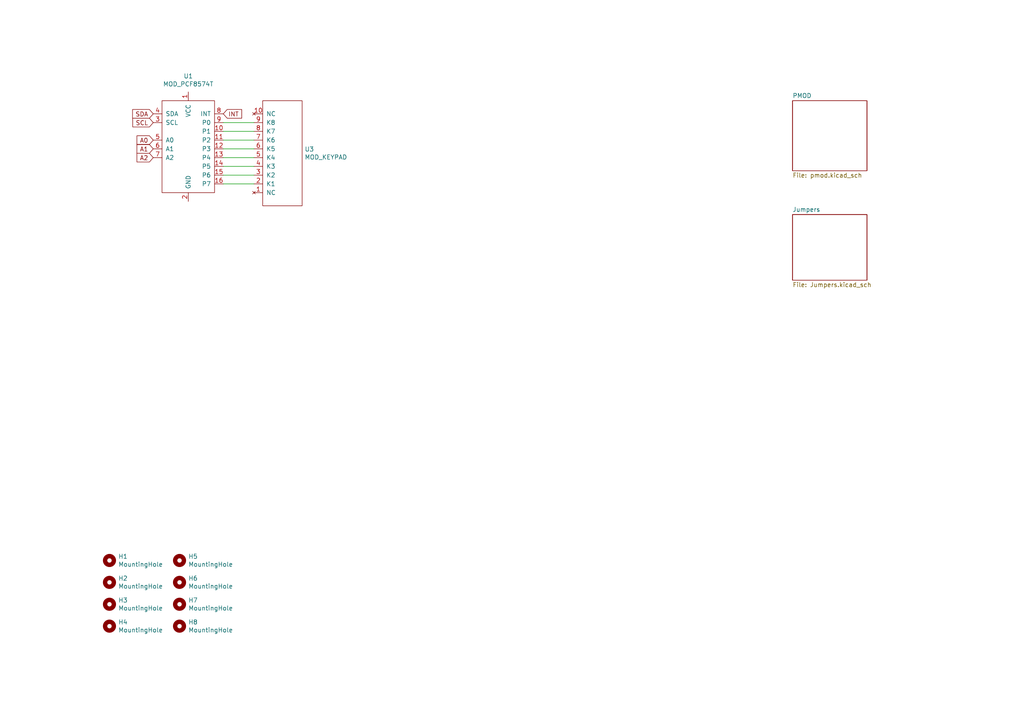
<source format=kicad_sch>
(kicad_sch (version 20211123) (generator eeschema)
  (paper "A4")
  (lib_symbols
    (symbol "AvS_Modules:MOD_KEYPAD" (pin_names (offset 1.016))
      (property "Reference" "U" (at -11.43 -13.97 0))
      (property "Value" "MOD_KEYPAD" (at -5.08 1.27 90))
      (symbol "MOD_KEYPAD_0_1"
        (rectangle (start -12.7 17.78) (end -1.27 -12.7))
      )
      (symbol "MOD_KEYPAD_1_1"
        (pin no_connect line (at -15.24 -8.89 0) (length 2.54) (name "NC") (number "1"))
        (pin no_connect line (at -15.24 13.97 0) (length 2.54) (name "NC") (number "10"))
        (pin bidirectional line (at -15.24 -6.35 0) (length 2.54) (name "K1") (number "2"))
        (pin bidirectional line (at -15.24 -3.81 0) (length 2.54) (name "K2") (number "3"))
        (pin bidirectional line (at -15.24 -1.27 0) (length 2.54) (name "K3") (number "4"))
        (pin bidirectional line (at -15.24 1.27 0) (length 2.54) (name "K4") (number "5"))
        (pin bidirectional line (at -15.24 3.81 0) (length 2.54) (name "K5") (number "6"))
        (pin bidirectional line (at -15.24 6.35 0) (length 2.54) (name "K6") (number "7"))
        (pin bidirectional line (at -15.24 8.89 0) (length 2.54) (name "K7") (number "8"))
        (pin bidirectional line (at -15.24 11.43 0) (length 2.54) (name "K8") (number "9"))
      )
    )
    (symbol "AvS_Modules:MOD_PCF8574T" (pin_names (offset 1.016))
      (property "Reference" "U" (at -6.35 -15.24 0))
      (property "Value" "MOD_PCF8574T" (at 8.89 -15.24 0))
      (symbol "MOD_PCF8574T_0_1"
        (rectangle (start -7.62 13.97) (end 7.62 -12.7))
      )
      (symbol "MOD_PCF8574T_1_1"
        (pin power_in line (at 0 16.51 270) (length 2.54) (name "VCC") (number "1"))
        (pin input line (at 10.16 5.08 180) (length 2.54) (name "P1") (number "10"))
        (pin input line (at 10.16 2.54 180) (length 2.54) (name "P2") (number "11"))
        (pin input line (at 10.16 0 180) (length 2.54) (name "P3") (number "12"))
        (pin input line (at 10.16 -2.54 180) (length 2.54) (name "P4") (number "13"))
        (pin input line (at 10.16 -5.08 180) (length 2.54) (name "P5") (number "14"))
        (pin input line (at 10.16 -7.62 180) (length 2.54) (name "P6") (number "15"))
        (pin input line (at 10.16 -10.16 180) (length 2.54) (name "P7") (number "16"))
        (pin power_in line (at 0 -15.24 90) (length 2.54) (name "GND") (number "2"))
        (pin bidirectional line (at -10.16 7.62 0) (length 2.54) (name "SCL") (number "3"))
        (pin bidirectional line (at -10.16 10.16 0) (length 2.54) (name "SDA") (number "4"))
        (pin input line (at -10.16 2.54 0) (length 2.54) (name "A0") (number "5"))
        (pin input line (at -10.16 0 0) (length 2.54) (name "A1") (number "6"))
        (pin input line (at -10.16 -2.54 0) (length 2.54) (name "A2") (number "7"))
        (pin bidirectional line (at 10.16 10.16 180) (length 2.54) (name "INT") (number "8"))
        (pin input line (at 10.16 7.62 180) (length 2.54) (name "P0") (number "9"))
      )
    )
    (symbol "Mechanical:MountingHole" (pin_names (offset 1.016))
      (property "Reference" "H" (at 0 5.08 0))
      (property "Value" "MountingHole" (at 0 3.175 0))
      (symbol "MountingHole_0_1"
        (circle (center 0 0) (radius 1.27) (stroke (width 1.27)))
      )
    )
  )
  (wire (pts (xy 64.77 40.64) (xy 73.66 40.64)))
  (wire (pts (xy 64.77 50.8) (xy 73.66 50.8)))
  (wire (pts (xy 73.66 48.26) (xy 64.77 48.26)))
  (wire (pts (xy 73.66 53.34) (xy 64.77 53.34)))
  (wire (pts (xy 73.66 38.1) (xy 64.77 38.1)))
  (wire (pts (xy 64.77 45.72) (xy 73.66 45.72)))
  (wire (pts (xy 73.66 43.18) (xy 64.77 43.18)))
  (wire (pts (xy 64.77 35.56) (xy 73.66 35.56)))
  (global_label "SDA" (shape input) (at 44.45 33.02 180) (property "Intersheet-verwijzingen" "${INTERSHEET_REFS}" (effects hide)))
  (global_label "INT" (shape input) (at 64.77 33.02 0) (property "Intersheet-verwijzingen" "${INTERSHEET_REFS}" (effects hide)))
  (global_label "SCL" (shape input) (at 44.45 35.56 180) (property "Intersheet-verwijzingen" "${INTERSHEET_REFS}" (effects hide)))
  (global_label "A0" (shape input) (at 44.45 40.64 180) (property "Intersheet-verwijzingen" "${INTERSHEET_REFS}" (effects hide)))
  (global_label "A1" (shape input) (at 44.45 43.18 180) (property "Intersheet-verwijzingen" "${INTERSHEET_REFS}" (effects hide)))
  (global_label "A2" (shape input) (at 44.45 45.72 180) (property "Intersheet-verwijzingen" "${INTERSHEET_REFS}" (effects hide)))
  (symbol (lib_id "AvS_Modules:MOD_PCF8574T") (at 54.61 43.18 0) (unit 1)
    (property "Reference" "U1" (at 54.61 22.0726 0))
    (property "Value" "MOD_PCF8574T" (at 54.61 24.384 0))
    (property "Footprint" "AvS_Modules:MOD_PCF8574T" (effects hide))
  )
  (symbol (lib_id "AvS_Modules:MOD_KEYPAD") (at 88.9 46.99 0) (unit 1)
    (property "Reference" "U3" (at 88.3412 43.2816 0) (effects (justify left)))
    (property "Value" "MOD_KEYPAD" (at 88.3412 45.593 0) (effects (justify left)))
    (property "Footprint" "AvS_Modules:MOD_KEYPAD" (effects hide))
  )
  (symbol (lib_id "Mechanical:MountingHole") (at 31.75 181.61 0) (unit 1)
    (property "Reference" "H4" (at 34.29 180.4416 0) (effects (justify left)))
    (property "Value" "MountingHole" (at 34.29 182.753 0) (effects (justify left)))
    (property "Footprint" "MountingHole:MountingHole_4.3mm_M4_Pad_Via" (effects hide))
  )
  (symbol (lib_id "Mechanical:MountingHole") (at 31.75 175.26 0) (unit 1)
    (property "Reference" "H3" (at 34.29 174.0916 0) (effects (justify left)))
    (property "Value" "MountingHole" (at 34.29 176.403 0) (effects (justify left)))
    (property "Footprint" "MountingHole:MountingHole_4.3mm_M4_Pad_Via" (effects hide))
  )
  (symbol (lib_id "Mechanical:MountingHole") (at 31.75 168.91 0) (unit 1)
    (property "Reference" "H2" (at 34.29 167.7416 0) (effects (justify left)))
    (property "Value" "MountingHole" (at 34.29 170.053 0) (effects (justify left)))
    (property "Footprint" "MountingHole:MountingHole_4.3mm_M4_Pad_Via" (effects hide))
  )
  (symbol (lib_id "Mechanical:MountingHole") (at 31.75 162.56 0) (unit 1)
    (property "Reference" "H1" (at 34.29 161.3916 0) (effects (justify left)))
    (property "Value" "MountingHole" (at 34.29 163.703 0) (effects (justify left)))
    (property "Footprint" "MountingHole:MountingHole_4.3mm_M4_Pad_Via" (effects hide))
  )
  (symbol (lib_id "Mechanical:MountingHole") (at 52.07 175.26 0) (unit 1)
    (property "Reference" "H7" (at 54.61 174.0916 0) (effects (justify left)))
    (property "Value" "MountingHole" (at 54.61 176.403 0) (effects (justify left)))
    (property "Footprint" "MountingHole:MountingHole_4.3mm_M4_Pad_Via" (effects hide))
  )
  (symbol (lib_id "Mechanical:MountingHole") (at 52.07 168.91 0) (unit 1)
    (property "Reference" "H6" (at 54.61 167.7416 0) (effects (justify left)))
    (property "Value" "MountingHole" (at 54.61 170.053 0) (effects (justify left)))
    (property "Footprint" "MountingHole:MountingHole_4.3mm_M4_Pad_Via" (effects hide))
  )
  (symbol (lib_id "Mechanical:MountingHole") (at 52.07 181.61 0) (unit 1)
    (property "Reference" "H8" (at 54.61 180.4416 0) (effects (justify left)))
    (property "Value" "MountingHole" (at 54.61 182.753 0) (effects (justify left)))
    (property "Footprint" "MountingHole:MountingHole_4.3mm_M4_Pad_Via" (effects hide))
  )
  (symbol (lib_id "Mechanical:MountingHole") (at 52.07 162.56 0) (unit 1)
    (property "Reference" "H5" (at 54.61 161.3916 0) (effects (justify left)))
    (property "Value" "MountingHole" (at 54.61 163.703 0) (effects (justify left)))
    (property "Footprint" "MountingHole:MountingHole_4.3mm_M4_Pad_Via" (effects hide))
  )
  (sheet (at 229.87 29.21) (size 21.59 20.32)
    (property "Sheet name" "PMOD" (at 229.87 28.4984 0) (effects (justify left bottom)))
    (property "Sheet file" "pmod.kicad_sch" (at 229.87 50.1146 0) (effects (justify left top)))
  )
  (sheet (at 229.87 62.23) (size 21.59 19.05)
    (property "Sheet name" "Jumpers" (at 229.87 61.5184 0) (effects (justify left bottom)))
    (property "Sheet file" "Jumpers.kicad_sch" (at 229.87 81.8646 0) (effects (justify left top)))
  )
)
</source>
